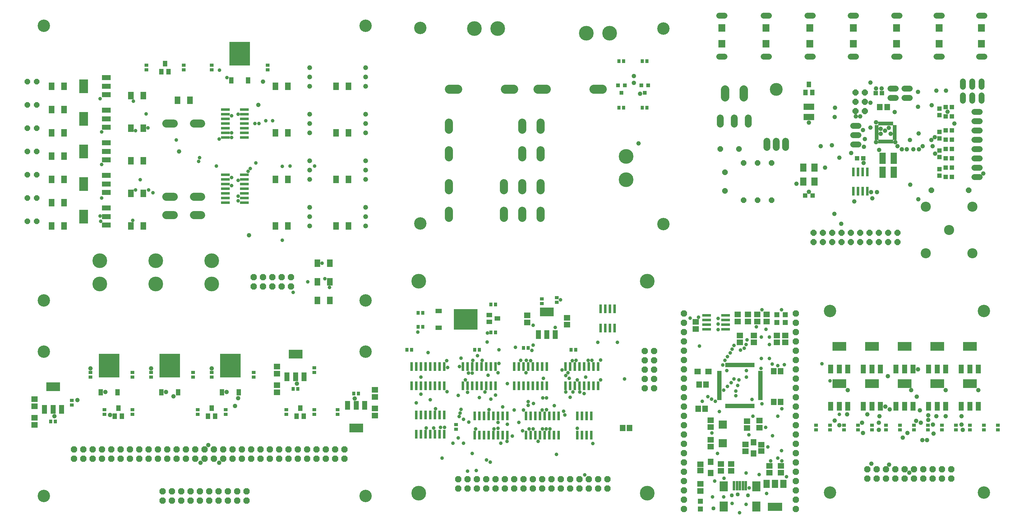
<source format=gts>
G75*
G70*
%OFA0B0*%
%FSLAX24Y24*%
%IPPOS*%
%LPD*%
%AMOC8*
5,1,8,0,0,1.08239X$1,22.5*
%
%ADD10C,0.1330*%
%ADD11C,0.1580*%
%ADD12R,0.0946X0.0316*%
%ADD13C,0.0520*%
%ADD14R,0.0631X0.0789*%
%ADD15R,0.0474X0.0631*%
%ADD16R,0.0434X0.0356*%
%ADD17R,0.2206X0.2521*%
%ADD18R,0.0474X0.0710*%
%ADD19R,0.0960X0.0560*%
%ADD20R,0.0946X0.1497*%
%ADD21OC8,0.0600*%
%ADD22C,0.0860*%
%ADD23OC8,0.0680*%
%ADD24R,0.0560X0.0960*%
%ADD25R,0.1497X0.0946*%
%ADD26R,0.0710X0.0592*%
%ADD27R,0.0356X0.0434*%
%ADD28R,0.0560X0.0960*%
%ADD29C,0.1084*%
%ADD30C,0.0740*%
%ADD31C,0.0905*%
%ADD32R,0.0190X0.0415*%
%ADD33R,0.0415X0.0190*%
%ADD34R,0.0316X0.0946*%
%ADD35R,0.0474X0.0513*%
%ADD36R,0.0505X0.0493*%
%ADD37C,0.0640*%
%ADD38R,0.0671X0.1222*%
%ADD39R,0.0592X0.0710*%
%ADD40OC8,0.0640*%
%ADD41R,0.0474X0.0474*%
%ADD42R,0.0671X0.0867*%
%ADD43C,0.1380*%
%ADD44R,0.1143X0.0710*%
%ADD45R,0.2521X0.2206*%
%ADD46R,0.0710X0.0474*%
%ADD47R,0.0631X0.0474*%
%ADD48R,0.0390X0.0430*%
%ADD49C,0.0965*%
%ADD50R,0.0749X0.0789*%
%ADD51R,0.0474X0.0186*%
%ADD52R,0.0186X0.0474*%
%ADD53R,0.0671X0.0592*%
%ADD54R,0.1576X0.0867*%
%ADD55R,0.0552X0.0552*%
%ADD56R,0.0710X0.0631*%
%ADD57R,0.0631X0.0710*%
%ADD58R,0.0592X0.0671*%
%ADD59R,0.0880X0.0880*%
%ADD60R,0.0867X0.1064*%
%ADD61R,0.0277X0.0986*%
%ADD62C,0.0434*%
%ADD63C,0.0476*%
%ADD64C,0.0390*%
%ADD65C,0.0480*%
%ADD66C,0.0440*%
D10*
X002830Y002680D03*
X002830Y018180D03*
X002830Y023680D03*
X037330Y023680D03*
X037330Y018180D03*
X043220Y031950D03*
X069265Y031880D03*
X087130Y022530D03*
X103630Y022530D03*
X103630Y003030D03*
X087130Y003030D03*
X037330Y002680D03*
X037330Y053180D03*
X043220Y052950D03*
X069265Y052880D03*
X002830Y053180D03*
D11*
X049015Y052880D03*
X051515Y052880D03*
X061015Y052380D03*
X063515Y052380D03*
X065265Y039130D03*
X065265Y036630D03*
X067530Y025730D03*
X043030Y025730D03*
X020830Y025430D03*
X020830Y027930D03*
X014830Y027930D03*
X014830Y025430D03*
X008830Y025430D03*
X008830Y027930D03*
X043030Y002980D03*
X067530Y002980D03*
D12*
X073906Y020580D03*
X073906Y021080D03*
X073906Y021580D03*
X073906Y022080D03*
X075954Y022080D03*
X075954Y021580D03*
X075954Y021080D03*
X075954Y020580D03*
X024354Y034180D03*
X024354Y034680D03*
X024354Y035180D03*
X024354Y035680D03*
X024354Y036180D03*
X024354Y036680D03*
X024354Y037180D03*
X022306Y037180D03*
X022306Y036680D03*
X022306Y036180D03*
X022306Y035680D03*
X022306Y035180D03*
X022306Y034680D03*
X022306Y034180D03*
X022306Y041180D03*
X022306Y041680D03*
X022306Y042180D03*
X022306Y042680D03*
X022306Y043180D03*
X022306Y043680D03*
X022306Y044180D03*
X024354Y044180D03*
X024354Y043680D03*
X024354Y043180D03*
X024354Y042680D03*
X024354Y042180D03*
X024354Y041680D03*
X024354Y041180D03*
D13*
X031330Y041680D03*
X031330Y042680D03*
X031330Y043680D03*
X031330Y046680D03*
X031330Y047680D03*
X031330Y048680D03*
X037330Y048680D03*
X037330Y047680D03*
X037330Y046680D03*
X037330Y043680D03*
X037330Y042680D03*
X037330Y041680D03*
X037330Y038680D03*
X037330Y037680D03*
X037330Y036680D03*
X037330Y033680D03*
X037330Y032680D03*
X037330Y031680D03*
X031330Y031680D03*
X031330Y032680D03*
X031330Y033680D03*
X031330Y036680D03*
X031330Y037680D03*
X031330Y038680D03*
D14*
X028999Y036680D03*
X027661Y036680D03*
X034161Y036680D03*
X035499Y036680D03*
X035499Y031680D03*
X034161Y031680D03*
X028999Y031680D03*
X027661Y031680D03*
X032161Y027680D03*
X033499Y027680D03*
X033499Y025680D03*
X032161Y025680D03*
X032161Y023680D03*
X033499Y023680D03*
X013499Y031680D03*
X012161Y031680D03*
X012161Y035180D03*
X013499Y035180D03*
X013499Y038680D03*
X012161Y038680D03*
X012161Y042180D03*
X013499Y042180D03*
X017161Y045180D03*
X018499Y045180D03*
X013499Y045680D03*
X012161Y045680D03*
X004999Y046680D03*
X003661Y046680D03*
X003661Y044180D03*
X004999Y044180D03*
X004999Y041680D03*
X003661Y041680D03*
X003661Y039180D03*
X004999Y039180D03*
X004999Y036680D03*
X003661Y036680D03*
X003661Y034180D03*
X004999Y034180D03*
X004999Y031680D03*
X003661Y031680D03*
X027661Y041680D03*
X028999Y041680D03*
X034161Y041680D03*
X035499Y041680D03*
X035499Y046680D03*
X034161Y046680D03*
X028999Y046680D03*
X027661Y046680D03*
D15*
X016204Y048247D03*
X015456Y048247D03*
X015830Y049113D03*
X084506Y045997D03*
X085254Y045997D03*
X084880Y046863D03*
X030330Y012113D03*
X029956Y011247D03*
X030704Y011247D03*
X021204Y011247D03*
X020456Y011247D03*
X020830Y012113D03*
X011204Y011247D03*
X010456Y011247D03*
X010830Y012113D03*
D16*
X012330Y011936D03*
X012330Y011424D03*
X009330Y011424D03*
X009330Y011936D03*
X005830Y012424D03*
X005830Y012936D03*
X007830Y015424D03*
X007830Y015936D03*
X012330Y015936D03*
X012330Y015424D03*
X014330Y015424D03*
X014330Y015936D03*
X018830Y015936D03*
X018830Y015424D03*
X020830Y015424D03*
X020830Y015936D03*
X025330Y015936D03*
X025330Y015424D03*
X022330Y011936D03*
X022330Y011424D03*
X019330Y011424D03*
X019330Y011936D03*
X028830Y011936D03*
X028830Y011424D03*
X031830Y011424D03*
X031830Y011936D03*
X034330Y011936D03*
X034330Y011424D03*
X031830Y015924D03*
X031830Y016436D03*
X047030Y010336D03*
X047030Y009824D03*
X056230Y023324D03*
X056230Y023836D03*
X057830Y023986D03*
X057830Y023474D03*
X085630Y010286D03*
X085630Y009774D03*
X087130Y009774D03*
X087130Y010286D03*
X088630Y010286D03*
X088630Y009774D03*
X090130Y009774D03*
X090130Y010286D03*
X091630Y010286D03*
X091630Y009774D03*
X093130Y009774D03*
X093130Y010286D03*
X094630Y010286D03*
X094630Y009774D03*
X096130Y009774D03*
X096130Y010286D03*
X097630Y010286D03*
X097630Y009774D03*
X099130Y009774D03*
X099130Y010286D03*
X100630Y010286D03*
X100630Y009774D03*
X102130Y009774D03*
X102130Y010286D03*
X103630Y010286D03*
X103630Y009774D03*
X105130Y009774D03*
X105130Y010286D03*
X026830Y048424D03*
X026830Y048936D03*
X020830Y048936D03*
X020830Y048424D03*
X017830Y048424D03*
X017830Y048936D03*
X013830Y048936D03*
X013830Y048424D03*
D17*
X023830Y050164D03*
X022830Y016664D03*
X016330Y016664D03*
X009830Y016664D03*
D18*
X008932Y013790D03*
X010728Y013790D03*
X015432Y013790D03*
X017228Y013790D03*
X021932Y013790D03*
X023728Y013790D03*
X022932Y047290D03*
X024728Y047290D03*
D19*
X009550Y047590D03*
X009550Y046680D03*
X009550Y045770D03*
X009550Y044090D03*
X009550Y043180D03*
X009550Y042270D03*
X009550Y040590D03*
X009550Y039680D03*
X009550Y038770D03*
X009550Y037090D03*
X009550Y036180D03*
X009550Y035270D03*
X009550Y033590D03*
X009550Y032680D03*
X009550Y031770D03*
D20*
X007110Y032680D03*
X007110Y036180D03*
X007110Y039680D03*
X007110Y043180D03*
X007110Y046680D03*
D21*
X002080Y047180D03*
X001080Y047180D03*
X001080Y044680D03*
X002080Y044680D03*
X002080Y042180D03*
X001080Y042180D03*
X001080Y039680D03*
X002080Y039680D03*
X002080Y037180D03*
X001080Y037180D03*
X001080Y034680D03*
X002080Y034680D03*
X002080Y032180D03*
X001080Y032180D03*
X075380Y039930D03*
X077380Y039930D03*
X077880Y038430D03*
X079380Y038430D03*
X080880Y038430D03*
X075880Y037430D03*
X075880Y035430D03*
X077880Y034430D03*
X079380Y034430D03*
X080880Y034430D03*
X098012Y035489D03*
X102012Y035489D03*
D22*
X056105Y035490D02*
X056105Y036270D01*
X054135Y036270D02*
X054135Y035490D01*
X052175Y035490D02*
X052175Y036270D01*
X052175Y033320D02*
X052175Y032540D01*
X054135Y032540D02*
X054135Y033320D01*
X056105Y033320D02*
X056105Y032540D01*
X046265Y032540D02*
X046265Y033320D01*
X046265Y035490D02*
X046265Y036270D01*
X046265Y039040D02*
X046265Y039820D01*
X046265Y041990D02*
X046265Y042770D01*
X054135Y042770D02*
X054135Y041990D01*
X056105Y041990D02*
X056105Y042770D01*
X056105Y039820D02*
X056105Y039040D01*
X054135Y039040D02*
X054135Y039820D01*
X019720Y042680D02*
X018940Y042680D01*
X016770Y042680D02*
X015990Y042680D01*
X015990Y034810D02*
X016770Y034810D01*
X018940Y034810D02*
X019720Y034810D01*
X019720Y032840D02*
X018940Y032840D01*
X016770Y032840D02*
X015990Y032840D01*
D23*
X025330Y026180D03*
X026330Y026180D03*
X027330Y026180D03*
X028330Y026180D03*
X029330Y026180D03*
X029330Y025180D03*
X028330Y025180D03*
X027330Y025180D03*
X026330Y025180D03*
X025330Y025180D03*
X025080Y007680D03*
X024080Y007680D03*
X023080Y007680D03*
X022080Y007680D03*
X021080Y007680D03*
X020080Y007680D03*
X019080Y007680D03*
X018080Y007680D03*
X017080Y007680D03*
X016080Y007680D03*
X015080Y007680D03*
X014080Y007680D03*
X013080Y007680D03*
X012080Y007680D03*
X011080Y007680D03*
X010080Y007680D03*
X009080Y007680D03*
X008080Y007680D03*
X007080Y007680D03*
X006080Y007680D03*
X006080Y006680D03*
X007080Y006680D03*
X008080Y006680D03*
X009080Y006680D03*
X010080Y006680D03*
X011080Y006680D03*
X012080Y006680D03*
X013080Y006680D03*
X014080Y006680D03*
X015080Y006680D03*
X016080Y006680D03*
X017080Y006680D03*
X018080Y006680D03*
X019080Y006680D03*
X020080Y006680D03*
X021080Y006680D03*
X022080Y006680D03*
X023080Y006680D03*
X024080Y006680D03*
X025080Y006680D03*
X026080Y006680D03*
X027080Y006680D03*
X028080Y006680D03*
X029080Y006680D03*
X030080Y006680D03*
X031080Y006680D03*
X032080Y006680D03*
X033080Y006680D03*
X034080Y006680D03*
X035080Y006680D03*
X035080Y007680D03*
X034080Y007680D03*
X033080Y007680D03*
X032080Y007680D03*
X031080Y007680D03*
X030080Y007680D03*
X029080Y007680D03*
X028080Y007680D03*
X027080Y007680D03*
X026080Y007680D03*
X024580Y003180D03*
X023580Y003180D03*
X022580Y003180D03*
X021580Y003180D03*
X020580Y003180D03*
X019580Y003180D03*
X018580Y003180D03*
X017580Y003180D03*
X016580Y003180D03*
X015580Y003180D03*
X015580Y002180D03*
X016580Y002180D03*
X017580Y002180D03*
X018580Y002180D03*
X019580Y002180D03*
X020580Y002180D03*
X021580Y002180D03*
X022580Y002180D03*
X023580Y002180D03*
X024580Y002180D03*
X047280Y003480D03*
X047280Y004480D03*
X048280Y004480D03*
X048280Y003480D03*
X049280Y003480D03*
X049280Y004480D03*
X050280Y004480D03*
X050280Y003480D03*
X051280Y003480D03*
X051280Y004480D03*
X052280Y004480D03*
X052280Y003480D03*
X053280Y003480D03*
X053280Y004480D03*
X054280Y004480D03*
X055280Y004480D03*
X055280Y003480D03*
X054280Y003480D03*
X056280Y003480D03*
X056280Y004480D03*
X057280Y004480D03*
X057280Y003480D03*
X058280Y003480D03*
X058280Y004480D03*
X059280Y004480D03*
X059280Y003480D03*
X060280Y003480D03*
X060280Y004480D03*
X061280Y004480D03*
X061280Y003480D03*
X062280Y003480D03*
X062280Y004480D03*
X063280Y004480D03*
X063280Y003480D03*
X071480Y003280D03*
X071480Y002280D03*
X071480Y001280D03*
X071480Y004280D03*
X071480Y005280D03*
X071480Y006280D03*
X071480Y007280D03*
X071480Y008280D03*
X071480Y009280D03*
X071480Y010280D03*
X071480Y011280D03*
X071480Y012280D03*
X071480Y013280D03*
X071480Y014280D03*
X071480Y015280D03*
X071480Y016280D03*
X071480Y017280D03*
X071480Y018280D03*
X071480Y019280D03*
X071480Y020280D03*
X071480Y021280D03*
X071480Y022280D03*
X068280Y018230D03*
X067280Y018230D03*
X067280Y017230D03*
X068280Y017230D03*
X068280Y016230D03*
X068280Y015230D03*
X067280Y015230D03*
X067280Y016230D03*
X067280Y014230D03*
X068280Y014230D03*
X083480Y014280D03*
X083480Y013280D03*
X083480Y012280D03*
X083480Y011280D03*
X083480Y010280D03*
X083480Y009280D03*
X083480Y008280D03*
X083480Y007280D03*
X083480Y006280D03*
X083480Y005280D03*
X083480Y004280D03*
X083480Y003280D03*
X083480Y002280D03*
X083480Y001280D03*
X091130Y004530D03*
X091130Y005530D03*
X092130Y005530D03*
X092130Y004530D03*
X093130Y004530D03*
X093130Y005530D03*
X094130Y005530D03*
X094130Y004530D03*
X095130Y004530D03*
X095130Y005530D03*
X096130Y005530D03*
X096130Y004530D03*
X097130Y004530D03*
X097130Y005530D03*
X098130Y005530D03*
X098130Y004530D03*
X099130Y004530D03*
X099130Y005530D03*
X100130Y005530D03*
X100130Y004530D03*
X083480Y015280D03*
X083480Y016280D03*
X083480Y017280D03*
X083480Y018280D03*
X083480Y019280D03*
X083480Y020280D03*
X083480Y021280D03*
X083480Y022280D03*
D24*
X087220Y016310D03*
X088130Y016310D03*
X089040Y016310D03*
X090720Y016310D03*
X091630Y016310D03*
X092540Y016310D03*
X094220Y016310D03*
X095130Y016310D03*
X096040Y016310D03*
X097720Y016310D03*
X098630Y016310D03*
X099540Y016310D03*
X101220Y016310D03*
X102130Y016310D03*
X103040Y016310D03*
X103040Y012310D03*
X102130Y012310D03*
X101220Y012310D03*
X099540Y012310D03*
X098630Y012310D03*
X097720Y012310D03*
X096040Y012310D03*
X095130Y012310D03*
X094220Y012310D03*
X092540Y012310D03*
X091630Y012310D03*
X090720Y012310D03*
X089040Y012310D03*
X088130Y012310D03*
X087220Y012310D03*
D25*
X088130Y014750D03*
X091630Y014750D03*
X095130Y014750D03*
X098630Y014750D03*
X102130Y014750D03*
X102130Y018750D03*
X098630Y018750D03*
X095130Y018750D03*
X091630Y018750D03*
X088130Y018750D03*
X056780Y022450D03*
X036330Y009960D03*
X029830Y017900D03*
X003830Y014400D03*
D26*
X001830Y013054D03*
X001830Y012306D03*
X001830Y011054D03*
X001830Y010306D03*
X027830Y013806D03*
X027830Y014554D03*
X027830Y015806D03*
X027830Y016554D03*
X038330Y014054D03*
X038330Y013306D03*
X038330Y012054D03*
X038330Y011306D03*
X054680Y021306D03*
X054680Y022054D03*
X058930Y021804D03*
X058930Y021056D03*
D27*
X054786Y018580D03*
X054274Y018580D03*
X051286Y020230D03*
X050774Y020230D03*
X049536Y018380D03*
X049024Y018380D03*
X043486Y020830D03*
X042974Y020830D03*
X042974Y022330D03*
X043486Y022330D03*
X042286Y018380D03*
X041774Y018380D03*
X036586Y013680D03*
X036074Y013680D03*
X030086Y014180D03*
X029574Y014180D03*
X050774Y023230D03*
X051286Y023230D03*
X059374Y018380D03*
X059886Y018380D03*
X064509Y044380D03*
X065021Y044380D03*
X067009Y044380D03*
X067521Y044380D03*
X067521Y049380D03*
X067009Y049380D03*
X065021Y049380D03*
X064509Y049380D03*
X004086Y010680D03*
X003574Y010680D03*
D28*
X003830Y011960D03*
X002920Y011960D03*
X004740Y011960D03*
X028920Y015460D03*
X029830Y015460D03*
X030740Y015460D03*
X035420Y012400D03*
X036330Y012400D03*
X037240Y012400D03*
X055870Y020010D03*
X056780Y020010D03*
X057690Y020010D03*
D29*
X097420Y028741D03*
X099920Y031241D03*
X102420Y028741D03*
X102420Y033741D03*
X097420Y033741D03*
D30*
X082380Y040100D02*
X082380Y040760D01*
X081380Y040760D02*
X081380Y040100D01*
X080380Y040100D02*
X080380Y040760D01*
X078380Y042600D02*
X078380Y043260D01*
X076880Y043260D02*
X076880Y042600D01*
X075380Y042600D02*
X075380Y043260D01*
D31*
X075880Y045518D02*
X075880Y046343D01*
X077880Y046343D02*
X077880Y045518D01*
D32*
X092421Y042673D03*
X092618Y042673D03*
X092815Y042673D03*
X093011Y042673D03*
X093208Y042673D03*
X093405Y042673D03*
X093602Y042673D03*
X093799Y042673D03*
X093799Y040724D03*
X093602Y040724D03*
X093405Y040724D03*
X093208Y040724D03*
X093011Y040724D03*
X092815Y040724D03*
X092618Y040724D03*
X092421Y040724D03*
D33*
X092135Y041010D03*
X092135Y041206D03*
X092135Y041403D03*
X092135Y041600D03*
X092135Y041797D03*
X092135Y041994D03*
X092135Y042191D03*
X092135Y042388D03*
X094084Y042388D03*
X094084Y042191D03*
X094084Y041994D03*
X094084Y041797D03*
X094084Y041600D03*
X094084Y041403D03*
X094084Y041206D03*
X094084Y041010D03*
D34*
X091130Y037454D03*
X090630Y037454D03*
X090130Y037454D03*
X089630Y037454D03*
X089630Y035406D03*
X090130Y035406D03*
X090630Y035406D03*
X091130Y035406D03*
X064030Y022754D03*
X063530Y022754D03*
X063030Y022754D03*
X062530Y022754D03*
X062530Y020706D03*
X063030Y020706D03*
X063530Y020706D03*
X064030Y020706D03*
X062280Y016554D03*
X061780Y016554D03*
X061280Y016554D03*
X060780Y016554D03*
X060280Y016554D03*
X059780Y016554D03*
X059280Y016554D03*
X058780Y016554D03*
X056780Y016554D03*
X056280Y016554D03*
X055780Y016554D03*
X055280Y016554D03*
X054780Y016554D03*
X054280Y016554D03*
X053780Y016554D03*
X053280Y016554D03*
X051280Y016554D03*
X050780Y016554D03*
X050280Y016554D03*
X049780Y016554D03*
X049280Y016554D03*
X048780Y016554D03*
X048280Y016554D03*
X047780Y016554D03*
X045780Y016554D03*
X045280Y016554D03*
X044780Y016554D03*
X044280Y016554D03*
X043780Y016554D03*
X043280Y016554D03*
X042780Y016554D03*
X042280Y016554D03*
X042280Y014506D03*
X042780Y014506D03*
X043280Y014506D03*
X043780Y014506D03*
X044280Y014506D03*
X044780Y014506D03*
X045280Y014506D03*
X045780Y014506D03*
X047780Y014506D03*
X048280Y014506D03*
X048780Y014506D03*
X049280Y014506D03*
X049780Y014506D03*
X050280Y014506D03*
X050780Y014506D03*
X051280Y014506D03*
X053280Y014506D03*
X053780Y014506D03*
X054280Y014506D03*
X054780Y014506D03*
X055280Y014506D03*
X055780Y014506D03*
X056280Y014506D03*
X056780Y014506D03*
X058780Y014506D03*
X059280Y014506D03*
X059780Y014506D03*
X060280Y014506D03*
X060780Y014506D03*
X061280Y014506D03*
X061780Y014506D03*
X062280Y014506D03*
X061530Y011254D03*
X061030Y011254D03*
X060530Y011254D03*
X060030Y011254D03*
X058030Y011254D03*
X057530Y011254D03*
X057030Y011254D03*
X056530Y011254D03*
X056030Y011254D03*
X055530Y011254D03*
X055030Y011254D03*
X054530Y011254D03*
X052530Y011254D03*
X052030Y011254D03*
X051530Y011254D03*
X051030Y011254D03*
X050530Y011254D03*
X050030Y011254D03*
X049530Y011254D03*
X049030Y011254D03*
X045780Y011354D03*
X045280Y011354D03*
X044780Y011354D03*
X044280Y011354D03*
X043780Y011354D03*
X043280Y011354D03*
X042780Y011354D03*
X042780Y009306D03*
X043280Y009306D03*
X043780Y009306D03*
X044280Y009306D03*
X044780Y009306D03*
X045280Y009306D03*
X045780Y009306D03*
X049030Y009206D03*
X049530Y009206D03*
X050030Y009206D03*
X050530Y009206D03*
X051030Y009206D03*
X051530Y009206D03*
X052030Y009206D03*
X052530Y009206D03*
X054530Y009206D03*
X055030Y009206D03*
X055530Y009206D03*
X056030Y009206D03*
X056530Y009206D03*
X057030Y009206D03*
X057530Y009206D03*
X058030Y009206D03*
X060030Y009206D03*
X060530Y009206D03*
X061030Y009206D03*
X061530Y009206D03*
D35*
X099545Y036930D03*
X100215Y036930D03*
X100215Y037930D03*
X099545Y037930D03*
X099545Y038930D03*
X100215Y038930D03*
X100215Y039930D03*
X099545Y039930D03*
X099545Y040930D03*
X100215Y040930D03*
X100215Y041930D03*
X099545Y041930D03*
X099545Y043430D03*
X100215Y043430D03*
X100215Y044430D03*
X099545Y044430D03*
X092715Y045930D03*
X092045Y045930D03*
X090715Y038930D03*
X090045Y038930D03*
D36*
X098880Y039086D03*
X098880Y039774D03*
X098880Y041086D03*
X098880Y041774D03*
X098880Y043586D03*
X098880Y044274D03*
X098880Y037774D03*
X098880Y037086D03*
D37*
X102600Y036930D02*
X103160Y036930D01*
X103160Y037930D02*
X102600Y037930D01*
X102600Y038930D02*
X103160Y038930D01*
X103160Y039930D02*
X102600Y039930D01*
X102600Y040930D02*
X103160Y040930D01*
X103160Y041930D02*
X102600Y041930D01*
X102600Y042930D02*
X103160Y042930D01*
X103160Y043930D02*
X102600Y043930D01*
X102380Y045150D02*
X102380Y045710D01*
X101380Y045710D02*
X101380Y045150D01*
X103380Y045150D02*
X103380Y045710D01*
X103380Y046650D02*
X103380Y047210D01*
X102380Y047210D02*
X102380Y046650D01*
X101380Y046650D02*
X101380Y047210D01*
X103100Y049880D02*
X103660Y049880D01*
X099110Y049880D02*
X098550Y049880D01*
X094560Y049880D02*
X094000Y049880D01*
X089910Y049880D02*
X089350Y049880D01*
X085260Y049880D02*
X084700Y049880D01*
X080560Y049880D02*
X080000Y049880D01*
X075810Y049880D02*
X075250Y049880D01*
X075250Y054280D02*
X075810Y054280D01*
X080000Y054280D02*
X080560Y054280D01*
X084700Y054280D02*
X085260Y054280D01*
X089350Y054280D02*
X089910Y054280D01*
X094000Y054280D02*
X094560Y054280D01*
X098550Y054280D02*
X099110Y054280D01*
X103100Y054280D02*
X103660Y054280D01*
X095660Y046430D02*
X095100Y046430D01*
X094160Y046430D02*
X093600Y046430D01*
X093600Y045430D02*
X094160Y045430D01*
X095100Y045430D02*
X095660Y045430D01*
X090160Y042430D02*
X089600Y042430D01*
X089600Y041430D02*
X090160Y041430D01*
X090160Y040430D02*
X089600Y040430D01*
D38*
X092789Y038930D03*
X093971Y038930D03*
X093971Y037430D03*
X092789Y037430D03*
D39*
X092486Y044430D03*
X093274Y044430D03*
X065654Y009980D03*
X064906Y009980D03*
D40*
X085380Y029930D03*
X086380Y029930D03*
X087380Y029930D03*
X088380Y029930D03*
X089380Y029930D03*
X090380Y029930D03*
X091380Y029930D03*
X092380Y029930D03*
X093380Y029930D03*
X094380Y029930D03*
X094380Y030930D03*
X093380Y030930D03*
X092380Y030930D03*
X091380Y030930D03*
X090380Y030930D03*
X089380Y030930D03*
X088380Y030930D03*
X087380Y030930D03*
X086380Y030930D03*
X085380Y030930D03*
X089890Y043998D03*
X090890Y043998D03*
X090890Y044998D03*
X089890Y044998D03*
X089890Y045998D03*
X090890Y045998D03*
D41*
X085274Y034930D03*
X084486Y034930D03*
D42*
X084289Y036430D03*
X085471Y036430D03*
X085471Y037930D03*
X084289Y037930D03*
X082136Y003970D03*
X081230Y003970D03*
X080324Y003970D03*
D43*
X081380Y046330D03*
D44*
X084880Y044481D03*
X084880Y043379D03*
D45*
X048064Y021630D03*
D46*
X045190Y020732D03*
X045190Y022528D03*
D47*
X050597Y022104D03*
X050597Y021356D03*
X051463Y021730D03*
D48*
X064775Y045980D03*
X064395Y046780D03*
X065155Y046780D03*
X066895Y046780D03*
X067655Y046780D03*
X067275Y045980D03*
D49*
X062708Y046380D02*
X061823Y046380D01*
X056708Y046380D02*
X055823Y046380D01*
X053208Y046380D02*
X052323Y046380D01*
X047208Y046380D02*
X046323Y046380D01*
D50*
X075530Y051239D03*
X075530Y052921D03*
X080280Y052921D03*
X080280Y051239D03*
X084980Y051239D03*
X084980Y052921D03*
X089630Y052921D03*
X089630Y051239D03*
X094280Y051239D03*
X094280Y052921D03*
X098830Y052921D03*
X098830Y051239D03*
X103380Y051239D03*
X103380Y052921D03*
D51*
X079685Y016006D03*
X079685Y015810D03*
X079685Y015613D03*
X079685Y015416D03*
X079685Y015219D03*
X079685Y015022D03*
X079685Y014825D03*
X079685Y014628D03*
X079685Y014432D03*
X079685Y014235D03*
X079685Y014038D03*
X079685Y013841D03*
X079685Y013644D03*
X079685Y013447D03*
X079685Y013250D03*
X079685Y013054D03*
X075275Y013054D03*
X075275Y013250D03*
X075275Y013447D03*
X075275Y013644D03*
X075275Y013841D03*
X075275Y014038D03*
X075275Y014235D03*
X075275Y014432D03*
X075275Y014628D03*
X075275Y014825D03*
X075275Y015022D03*
X075275Y015219D03*
X075275Y015416D03*
X075275Y015613D03*
X075275Y015810D03*
X075275Y016006D03*
D52*
X076004Y016735D03*
X076200Y016735D03*
X076397Y016735D03*
X076594Y016735D03*
X076791Y016735D03*
X076988Y016735D03*
X077185Y016735D03*
X077382Y016735D03*
X077578Y016735D03*
X077775Y016735D03*
X077972Y016735D03*
X078169Y016735D03*
X078366Y016735D03*
X078563Y016735D03*
X078760Y016735D03*
X078956Y016735D03*
X078956Y012325D03*
X078760Y012325D03*
X078563Y012325D03*
X078366Y012325D03*
X078169Y012325D03*
X077972Y012325D03*
X077775Y012325D03*
X077578Y012325D03*
X077382Y012325D03*
X077185Y012325D03*
X076988Y012325D03*
X076791Y012325D03*
X076594Y012325D03*
X076397Y012325D03*
X076200Y012325D03*
X076004Y012325D03*
D53*
X074330Y010804D03*
X074330Y010056D03*
X074330Y008704D03*
X074330Y007956D03*
X075430Y006104D03*
X075430Y005356D03*
X076530Y005356D03*
X076530Y006104D03*
X078080Y007456D03*
X078080Y008204D03*
X079780Y008165D03*
X079780Y007495D03*
X080630Y005904D03*
X080630Y005156D03*
X081880Y005156D03*
X081880Y005904D03*
X079580Y010006D03*
X078230Y009956D03*
X078230Y010704D03*
X079580Y010754D03*
X073230Y006065D03*
X073230Y005395D03*
X073230Y003954D03*
X073230Y003206D03*
X077480Y019156D03*
X077480Y019904D03*
X078980Y019904D03*
X078980Y019156D03*
X081430Y019156D03*
X081430Y019904D03*
X082330Y019904D03*
X082330Y019156D03*
X080330Y021406D03*
X080330Y022154D03*
X079330Y022154D03*
X079330Y021406D03*
X078330Y021406D03*
X078330Y022154D03*
X077230Y022154D03*
X077230Y021406D03*
X072730Y021354D03*
X072730Y020606D03*
D54*
X081230Y001490D03*
D55*
X073230Y001267D03*
X073230Y002093D03*
X081430Y021317D03*
X081430Y022143D03*
X082330Y022143D03*
X082330Y021317D03*
D56*
X074121Y016030D03*
X072939Y016030D03*
D57*
X078930Y008421D03*
X078930Y007239D03*
X074330Y006321D03*
X074330Y005139D03*
D58*
X073754Y012030D03*
X073006Y012030D03*
X073106Y014630D03*
X073854Y014630D03*
X081106Y016080D03*
X081854Y016080D03*
X081854Y012780D03*
X081106Y012780D03*
D59*
X075630Y010330D03*
X075630Y008330D03*
D60*
X075728Y003714D03*
X079232Y003714D03*
X079232Y001549D03*
X075728Y001549D03*
D61*
X076850Y003754D03*
X077165Y003754D03*
X077480Y003754D03*
X077795Y003754D03*
X078110Y003754D03*
D62*
X078346Y002730D03*
X076614Y002730D03*
D63*
X024830Y030680D03*
X017330Y039680D03*
X025830Y044680D03*
X026330Y047180D03*
D64*
X022490Y047620D03*
X021690Y048420D03*
X013810Y043700D03*
X012430Y045080D03*
X008870Y045340D03*
X014010Y042220D03*
X012690Y041920D03*
X009050Y041780D03*
X009050Y038280D03*
X013190Y036640D03*
X012690Y035540D03*
X014090Y035540D03*
X014550Y035240D03*
X012390Y032280D03*
X008930Y032180D03*
X008870Y032740D03*
X009030Y034680D03*
X019430Y038600D03*
X019530Y039000D03*
X021330Y038100D03*
X022990Y036860D03*
X023670Y036560D03*
X022990Y036000D03*
X023670Y034860D03*
X023670Y034360D03*
X024730Y037540D03*
X024990Y037840D03*
X025590Y038440D03*
X028410Y038080D03*
X029230Y038120D03*
X031890Y038120D03*
X027370Y042980D03*
X026630Y042980D03*
X025910Y042680D03*
X025490Y042680D03*
X023670Y043680D03*
X022990Y043500D03*
X022990Y041680D03*
X022990Y041180D03*
X021630Y041000D03*
X017030Y040900D03*
X028410Y030140D03*
X032690Y027680D03*
X032970Y026020D03*
X031150Y025680D03*
X029590Y024540D03*
X033490Y025080D03*
X042930Y020260D03*
X044050Y018060D03*
X046050Y017190D03*
X046140Y016460D03*
X047420Y016580D03*
X048360Y015880D03*
X048780Y015880D03*
X048030Y015140D03*
X050460Y015630D03*
X051530Y015920D03*
X051640Y016920D03*
X051640Y018360D03*
X050390Y019210D03*
X050400Y020160D03*
X053400Y018630D03*
X055160Y018300D03*
X055300Y018880D03*
X055030Y017200D03*
X054590Y017230D03*
X053980Y017230D03*
X054530Y015920D03*
X056420Y015300D03*
X058420Y016210D03*
X059030Y015920D03*
X058800Y015590D03*
X059190Y015300D03*
X060030Y015140D03*
X060930Y015430D03*
X062530Y015140D03*
X062530Y017270D03*
X061610Y017230D03*
X061200Y017230D03*
X059910Y017240D03*
X059520Y017200D03*
X062240Y019170D03*
X064340Y019170D03*
X057690Y020770D03*
X055300Y020990D03*
X058230Y023730D03*
X049340Y017730D03*
X048840Y017230D03*
X049840Y017230D03*
X047580Y017480D03*
X043280Y015450D03*
X043280Y013590D03*
X044260Y013020D03*
X042780Y012660D03*
X044840Y012030D03*
X047360Y011190D03*
X047470Y011580D03*
X047580Y011970D03*
X047850Y010900D03*
X048420Y010610D03*
X049150Y009880D03*
X051100Y009880D03*
X051530Y009950D03*
X051530Y010580D03*
X052530Y010380D03*
X053780Y010580D03*
X054170Y009680D03*
X054890Y009880D03*
X055310Y009870D03*
X056300Y009870D03*
X056700Y009880D03*
X057110Y009880D03*
X055830Y008530D03*
X057820Y007140D03*
X061710Y008290D03*
X060030Y009950D03*
X058710Y011370D03*
X058580Y011760D03*
X057580Y012360D03*
X056740Y011930D03*
X056280Y011890D03*
X055330Y012610D03*
X054780Y012800D03*
X054760Y012410D03*
X054280Y011890D03*
X053280Y011900D03*
X052030Y012230D03*
X050590Y011930D03*
X050780Y013070D03*
X051280Y013510D03*
X050130Y013830D03*
X049530Y013230D03*
X048280Y013820D03*
X047280Y013480D03*
X046090Y013870D03*
X052530Y014730D03*
X056350Y013220D03*
X056740Y013200D03*
X058800Y013830D03*
X059280Y013280D03*
X059570Y013830D03*
X060320Y013830D03*
X060780Y013680D03*
X065120Y015230D03*
X073130Y018780D03*
X075130Y020530D03*
X075130Y021130D03*
X075130Y021730D03*
X073030Y021880D03*
X072130Y021780D03*
X076830Y018830D03*
X076630Y018430D03*
X076430Y018030D03*
X076130Y017630D03*
X075880Y017230D03*
X075630Y016730D03*
X076080Y016130D03*
X076830Y015230D03*
X076530Y014830D03*
X076130Y014430D03*
X075730Y014030D03*
X077030Y013930D03*
X077030Y013430D03*
X077230Y014530D03*
X077380Y015130D03*
X078180Y015430D03*
X078180Y016130D03*
X079730Y016380D03*
X079780Y017430D03*
X080630Y017430D03*
X080930Y016830D03*
X081530Y016680D03*
X082230Y016780D03*
X080630Y018930D03*
X080630Y019730D03*
X079780Y019730D03*
X080280Y020580D03*
X079230Y020830D03*
X078230Y019430D03*
X078130Y018930D03*
X077930Y018530D03*
X077530Y018330D03*
X079830Y022680D03*
X081930Y022680D03*
X086280Y016880D03*
X087130Y015030D03*
X081980Y012030D03*
X081530Y011230D03*
X079830Y012580D03*
X078780Y013030D03*
X078880Y011230D03*
X080230Y010030D03*
X080980Y009130D03*
X080480Y007930D03*
X081930Y007530D03*
X081530Y006730D03*
X081980Y006430D03*
X080780Y006430D03*
X078130Y005130D03*
X079530Y004980D03*
X078480Y003530D03*
X080330Y002930D03*
X078130Y001780D03*
X076630Y001880D03*
X075730Y002580D03*
X074530Y002580D03*
X074780Y004280D03*
X075780Y004580D03*
X075080Y007230D03*
X074480Y009430D03*
X075280Y011730D03*
X074830Y012830D03*
X074430Y013080D03*
X074030Y013330D03*
X073430Y012830D03*
X078430Y009230D03*
X082480Y004730D03*
X077430Y000880D03*
X060850Y004930D03*
X053090Y009110D03*
X052510Y008530D03*
X051830Y008330D03*
X050710Y006320D03*
X050320Y006540D03*
X049200Y005420D03*
X048280Y005330D03*
X048780Y007230D03*
X047850Y008330D03*
X047280Y008910D03*
X046700Y008330D03*
X045530Y006730D03*
X045390Y010050D03*
X045800Y010050D03*
X044640Y009980D03*
X043850Y009980D03*
X088130Y011430D03*
D65*
X087630Y010780D03*
X088130Y010280D03*
X088980Y011430D03*
X090580Y010530D03*
X092380Y010530D03*
X092380Y009780D03*
X090680Y009430D03*
X091130Y011430D03*
X092430Y011230D03*
X093080Y012280D03*
X093530Y011980D03*
X096380Y010730D03*
X096880Y010530D03*
X097680Y010830D03*
X097680Y011330D03*
X098530Y011230D03*
X099530Y011230D03*
X098180Y010330D03*
X098230Y009380D03*
X097530Y008680D03*
X097030Y008680D03*
X095430Y009430D03*
X094930Y008930D03*
X093480Y006030D03*
X091580Y006130D03*
X095630Y005180D03*
X101380Y009780D03*
X101230Y010330D03*
X101230Y011230D03*
X099530Y014030D03*
X096430Y013330D03*
X095830Y014030D03*
X093330Y015530D03*
X096580Y016280D03*
X103030Y014030D03*
X096780Y011880D03*
X089030Y014030D03*
X088350Y031910D03*
X087610Y032970D03*
X089740Y034310D03*
X091690Y034650D03*
X091530Y035310D03*
X092170Y035310D03*
X095740Y036100D03*
X096610Y034550D03*
X090750Y038430D03*
X089410Y039510D03*
X090760Y040170D03*
X092080Y040670D03*
X092410Y039830D03*
X094150Y040670D03*
X094390Y040230D03*
X094830Y039900D03*
X095380Y039900D03*
X096070Y039900D03*
X096670Y039900D03*
X097090Y040230D03*
X098140Y040230D03*
X098410Y039450D03*
X098020Y040890D03*
X098370Y041220D03*
X096630Y041600D03*
X095710Y040890D03*
X093630Y041560D03*
X093050Y041920D03*
X092590Y042110D03*
X092590Y041560D03*
X093450Y042220D03*
X092070Y042790D03*
X091490Y042250D03*
X090660Y041980D03*
X090870Y041000D03*
X087340Y040350D03*
X086150Y040250D03*
X088150Y039020D03*
X086610Y037950D03*
X083540Y036190D03*
X084880Y035330D03*
X084880Y042780D03*
X087650Y043360D03*
X087670Y044360D03*
X089910Y043430D03*
X090390Y043440D03*
X091480Y044890D03*
X092090Y046430D03*
X092680Y046430D03*
X091470Y047070D03*
X096590Y046080D03*
X098530Y046220D03*
X099590Y046220D03*
X098040Y044650D03*
X099730Y043930D03*
X100460Y042670D03*
X096580Y044480D03*
X094060Y043920D03*
X103570Y037320D03*
X066615Y040530D03*
X066765Y045880D03*
X066115Y047030D03*
X066115Y047780D03*
X020830Y016380D03*
X022430Y013830D03*
X023680Y013180D03*
X023330Y012330D03*
X016730Y013380D03*
X015930Y013830D03*
X014330Y016380D03*
X009430Y013830D03*
X006430Y012980D03*
X003980Y011230D03*
X009930Y011380D03*
X007830Y016380D03*
X020480Y008130D03*
X019630Y006230D03*
X021630Y006230D03*
X036180Y013130D03*
X029980Y014730D03*
D66*
X074630Y001330D03*
X077230Y002830D03*
M02*

</source>
